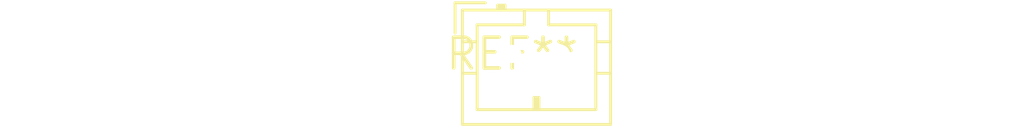
<source format=kicad_pcb>
(kicad_pcb (version 20240108) (generator pcbnew)
  (layers (0 "F.Cu" signal) (31 "B.Cu" signal) (34 "B.Paste" user) (35 "F.Paste" user) (36 "B.SilkS" user "B.Silkscreen") (37 "F.SilkS" user "F.Silkscreen") (38 "B.Mask" user) (39 "F.Mask" user) (44 "Edge.Cuts" user))
  (net 0 "")
  (footprint "JST_PH_B2B-PH-K_1x02_P2.00mm_Vertical" (layer "F.Cu") (at 0 0)
    (property "Reference" "REF**")
    (property "Value" "JST_PH_B2B-PH-K_1x02_P2.00mm_Vertical")
    (fp_line (start -2.36 -2.11) (end -2.36 -0.86) (layer "F.SilkS") (stroke (width 0.12)))
    (fp_line (start -2.06 -1.81) (end -2.06 2.91) (layer "F.SilkS") (stroke (width 0.12)))
    (fp_line (start -2.06 -0.5) (end -1.45 -0.5) (layer "F.SilkS") (stroke (width 0.12)))
    (fp_line (start -2.06 0.8) (end -1.45 0.8) (layer "F.SilkS") (stroke (width 0.12)))
    (fp_line (start -2.06 2.91) (end 4.06 2.91) (layer "F.SilkS") (stroke (width 0.12)))
    (fp_line (start -1.45 -1.2) (end -1.45 2.3) (layer "F.SilkS") (stroke (width 0.12)))
    (fp_line (start -1.45 2.3) (end 3.45 2.3) (layer "F.SilkS") (stroke (width 0.12)))
    (fp_line (start -1.11 -2.11) (end -2.36 -2.11) (layer "F.SilkS") (stroke (width 0.12)))
    (fp_line (start -0.6 -2.01) (end -0.6 -1.81) (layer "F.SilkS") (stroke (width 0.12)))
    (fp_line (start -0.3 -2.01) (end -0.6 -2.01) (layer "F.SilkS") (stroke (width 0.12)))
    (fp_line (start -0.3 -1.91) (end -0.6 -1.91) (layer "F.SilkS") (stroke (width 0.12)))
    (fp_line (start -0.3 -1.81) (end -0.3 -2.01) (layer "F.SilkS") (stroke (width 0.12)))
    (fp_line (start 0.5 -1.81) (end 0.5 -1.2) (layer "F.SilkS") (stroke (width 0.12)))
    (fp_line (start 0.5 -1.2) (end -1.45 -1.2) (layer "F.SilkS") (stroke (width 0.12)))
    (fp_line (start 0.9 1.8) (end 1.1 1.8) (layer "F.SilkS") (stroke (width 0.12)))
    (fp_line (start 0.9 2.3) (end 0.9 1.8) (layer "F.SilkS") (stroke (width 0.12)))
    (fp_line (start 1 2.3) (end 1 1.8) (layer "F.SilkS") (stroke (width 0.12)))
    (fp_line (start 1.1 1.8) (end 1.1 2.3) (layer "F.SilkS") (stroke (width 0.12)))
    (fp_line (start 1.5 -1.2) (end 1.5 -1.81) (layer "F.SilkS") (stroke (width 0.12)))
    (fp_line (start 3.45 -1.2) (end 1.5 -1.2) (layer "F.SilkS") (stroke (width 0.12)))
    (fp_line (start 3.45 2.3) (end 3.45 -1.2) (layer "F.SilkS") (stroke (width 0.12)))
    (fp_line (start 4.06 -1.81) (end -2.06 -1.81) (layer "F.SilkS") (stroke (width 0.12)))
    (fp_line (start 4.06 -0.5) (end 3.45 -0.5) (layer "F.SilkS") (stroke (width 0.12)))
    (fp_line (start 4.06 0.8) (end 3.45 0.8) (layer "F.SilkS") (stroke (width 0.12)))
    (fp_line (start 4.06 2.91) (end 4.06 -1.81) (layer "F.SilkS") (stroke (width 0.12)))
    (pad "1" thru_hole roundrect (at 0 0) (size 1.2 1.75) (drill 0.75) (layers *.Cu *.Mask) (remove_unused_layers) (roundrect_rratio 0.208333))
    (pad "2" thru_hole oval (at 2 0) (size 1.2 1.75) (drill 0.75) (layers *.Cu *.Mask) (remove_unused_layers))
  )
)
</source>
